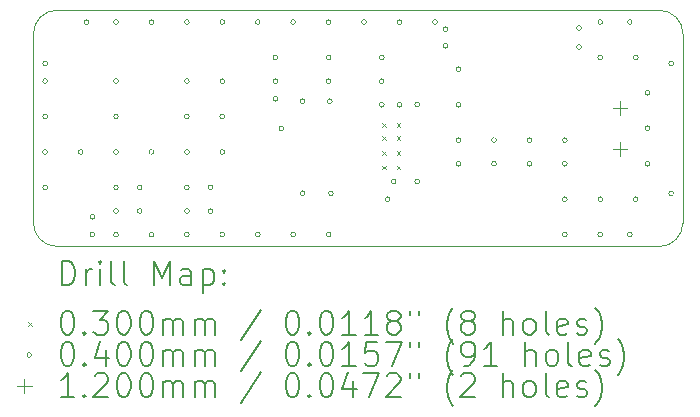
<source format=gbr>
%FSLAX45Y45*%
G04 Gerber Fmt 4.5, Leading zero omitted, Abs format (unit mm)*
G04 Created by KiCad (PCBNEW 5.99.0-unknown-395602b12a~131~ubuntu20.04.1) date 2021-07-16 02:08:37*
%MOMM*%
%LPD*%
G01*
G04 APERTURE LIST*
%TA.AperFunction,Profile*%
%ADD10C,0.100000*%
%TD*%
%ADD11C,0.200000*%
%ADD12C,0.030000*%
%ADD13C,0.040000*%
%ADD14C,0.120000*%
G04 APERTURE END LIST*
D10*
X14900000Y-9600000D02*
X20000000Y-9600000D01*
X20000000Y-9600000D02*
G75*
G03*
X20200000Y-9400000I0J200000D01*
G01*
X14700000Y-7800000D02*
G75*
G02*
X14900000Y-7600000I200000J0D01*
G01*
X14700000Y-9400000D02*
G75*
G03*
X14900000Y-9600000I200000J0D01*
G01*
X20200000Y-9400000D02*
X20200000Y-7800000D01*
X14700000Y-7800000D02*
X14700000Y-9400000D01*
X20000000Y-7600000D02*
X14900000Y-7600000D01*
X20000000Y-7600000D02*
G75*
G02*
X20200000Y-7800000I0J-200000D01*
G01*
D11*
D12*
X17655000Y-8555000D02*
X17685000Y-8585000D01*
X17685000Y-8555000D02*
X17655000Y-8585000D01*
X17655000Y-8665000D02*
X17685000Y-8695000D01*
X17685000Y-8665000D02*
X17655000Y-8695000D01*
X17655000Y-8795000D02*
X17685000Y-8825000D01*
X17685000Y-8795000D02*
X17655000Y-8825000D01*
X17655000Y-8915000D02*
X17685000Y-8945000D01*
X17685000Y-8915000D02*
X17655000Y-8945000D01*
X17775000Y-8555000D02*
X17805000Y-8585000D01*
X17805000Y-8555000D02*
X17775000Y-8585000D01*
X17775000Y-8665000D02*
X17805000Y-8695000D01*
X17805000Y-8665000D02*
X17775000Y-8695000D01*
X17775000Y-8795000D02*
X17805000Y-8825000D01*
X17805000Y-8795000D02*
X17775000Y-8825000D01*
X17775000Y-8915000D02*
X17805000Y-8945000D01*
X17805000Y-8915000D02*
X17775000Y-8945000D01*
D13*
X14820000Y-8050000D02*
G75*
G03*
X14820000Y-8050000I-20000J0D01*
G01*
X14820000Y-8200000D02*
G75*
G03*
X14820000Y-8200000I-20000J0D01*
G01*
X14820000Y-8500000D02*
G75*
G03*
X14820000Y-8500000I-20000J0D01*
G01*
X14820000Y-8800000D02*
G75*
G03*
X14820000Y-8800000I-20000J0D01*
G01*
X14820000Y-9100000D02*
G75*
G03*
X14820000Y-9100000I-20000J0D01*
G01*
X15120000Y-8800000D02*
G75*
G03*
X15120000Y-8800000I-20000J0D01*
G01*
X15170000Y-7700000D02*
G75*
G03*
X15170000Y-7700000I-20000J0D01*
G01*
X15220000Y-9350000D02*
G75*
G03*
X15220000Y-9350000I-20000J0D01*
G01*
X15220000Y-9500000D02*
G75*
G03*
X15220000Y-9500000I-20000J0D01*
G01*
X15420000Y-7700000D02*
G75*
G03*
X15420000Y-7700000I-20000J0D01*
G01*
X15420000Y-8200000D02*
G75*
G03*
X15420000Y-8200000I-20000J0D01*
G01*
X15420000Y-8500000D02*
G75*
G03*
X15420000Y-8500000I-20000J0D01*
G01*
X15420000Y-8800000D02*
G75*
G03*
X15420000Y-8800000I-20000J0D01*
G01*
X15420000Y-9100000D02*
G75*
G03*
X15420000Y-9100000I-20000J0D01*
G01*
X15420000Y-9300000D02*
G75*
G03*
X15420000Y-9300000I-20000J0D01*
G01*
X15420000Y-9500000D02*
G75*
G03*
X15420000Y-9500000I-20000J0D01*
G01*
X15620000Y-9100000D02*
G75*
G03*
X15620000Y-9100000I-20000J0D01*
G01*
X15620000Y-9300000D02*
G75*
G03*
X15620000Y-9300000I-20000J0D01*
G01*
X15720000Y-7700000D02*
G75*
G03*
X15720000Y-7700000I-20000J0D01*
G01*
X15720000Y-8800000D02*
G75*
G03*
X15720000Y-8800000I-20000J0D01*
G01*
X15720000Y-9500000D02*
G75*
G03*
X15720000Y-9500000I-20000J0D01*
G01*
X16020000Y-7700000D02*
G75*
G03*
X16020000Y-7700000I-20000J0D01*
G01*
X16020000Y-8200000D02*
G75*
G03*
X16020000Y-8200000I-20000J0D01*
G01*
X16020000Y-8500000D02*
G75*
G03*
X16020000Y-8500000I-20000J0D01*
G01*
X16020000Y-8800000D02*
G75*
G03*
X16020000Y-8800000I-20000J0D01*
G01*
X16020000Y-9100000D02*
G75*
G03*
X16020000Y-9100000I-20000J0D01*
G01*
X16020000Y-9300000D02*
G75*
G03*
X16020000Y-9300000I-20000J0D01*
G01*
X16020000Y-9500000D02*
G75*
G03*
X16020000Y-9500000I-20000J0D01*
G01*
X16220000Y-9100000D02*
G75*
G03*
X16220000Y-9100000I-20000J0D01*
G01*
X16220000Y-9300000D02*
G75*
G03*
X16220000Y-9300000I-20000J0D01*
G01*
X16320000Y-7700000D02*
G75*
G03*
X16320000Y-7700000I-20000J0D01*
G01*
X16320000Y-8200000D02*
G75*
G03*
X16320000Y-8200000I-20000J0D01*
G01*
X16320000Y-8500000D02*
G75*
G03*
X16320000Y-8500000I-20000J0D01*
G01*
X16320000Y-8800000D02*
G75*
G03*
X16320000Y-8800000I-20000J0D01*
G01*
X16320000Y-9500000D02*
G75*
G03*
X16320000Y-9500000I-20000J0D01*
G01*
X16620000Y-7700000D02*
G75*
G03*
X16620000Y-7700000I-20000J0D01*
G01*
X16620000Y-9500000D02*
G75*
G03*
X16620000Y-9500000I-20000J0D01*
G01*
X16770000Y-8000000D02*
G75*
G03*
X16770000Y-8000000I-20000J0D01*
G01*
X16770000Y-8200000D02*
G75*
G03*
X16770000Y-8200000I-20000J0D01*
G01*
X16770000Y-8350000D02*
G75*
G03*
X16770000Y-8350000I-20000J0D01*
G01*
X16820000Y-8600000D02*
G75*
G03*
X16820000Y-8600000I-20000J0D01*
G01*
X16920000Y-7700000D02*
G75*
G03*
X16920000Y-7700000I-20000J0D01*
G01*
X16920000Y-9500000D02*
G75*
G03*
X16920000Y-9500000I-20000J0D01*
G01*
X17000000Y-8370000D02*
G75*
G03*
X17000000Y-8370000I-20000J0D01*
G01*
X17000000Y-9150000D02*
G75*
G03*
X17000000Y-9150000I-20000J0D01*
G01*
X17220000Y-7700000D02*
G75*
G03*
X17220000Y-7700000I-20000J0D01*
G01*
X17220000Y-8000000D02*
G75*
G03*
X17220000Y-8000000I-20000J0D01*
G01*
X17220000Y-8200000D02*
G75*
G03*
X17220000Y-8200000I-20000J0D01*
G01*
X17220000Y-9500000D02*
G75*
G03*
X17220000Y-9500000I-20000J0D01*
G01*
X17230000Y-8370000D02*
G75*
G03*
X17230000Y-8370000I-20000J0D01*
G01*
X17240000Y-9150000D02*
G75*
G03*
X17240000Y-9150000I-20000J0D01*
G01*
X17520000Y-7700000D02*
G75*
G03*
X17520000Y-7700000I-20000J0D01*
G01*
X17670000Y-8000000D02*
G75*
G03*
X17670000Y-8000000I-20000J0D01*
G01*
X17670000Y-8200000D02*
G75*
G03*
X17670000Y-8200000I-20000J0D01*
G01*
X17670000Y-8400000D02*
G75*
G03*
X17670000Y-8400000I-20000J0D01*
G01*
X17720000Y-9200000D02*
G75*
G03*
X17720000Y-9200000I-20000J0D01*
G01*
X17770000Y-9050000D02*
G75*
G03*
X17770000Y-9050000I-20000J0D01*
G01*
X17820000Y-7700000D02*
G75*
G03*
X17820000Y-7700000I-20000J0D01*
G01*
X17820000Y-8400000D02*
G75*
G03*
X17820000Y-8400000I-20000J0D01*
G01*
X17970000Y-8400000D02*
G75*
G03*
X17970000Y-8400000I-20000J0D01*
G01*
X17970000Y-9050000D02*
G75*
G03*
X17970000Y-9050000I-20000J0D01*
G01*
X18120000Y-7700000D02*
G75*
G03*
X18120000Y-7700000I-20000J0D01*
G01*
X18210000Y-7760000D02*
G75*
G03*
X18210000Y-7760000I-20000J0D01*
G01*
X18210000Y-7900000D02*
G75*
G03*
X18210000Y-7900000I-20000J0D01*
G01*
X18320000Y-8100000D02*
G75*
G03*
X18320000Y-8100000I-20000J0D01*
G01*
X18320000Y-8400000D02*
G75*
G03*
X18320000Y-8400000I-20000J0D01*
G01*
X18320000Y-8700000D02*
G75*
G03*
X18320000Y-8700000I-20000J0D01*
G01*
X18320000Y-8900000D02*
G75*
G03*
X18320000Y-8900000I-20000J0D01*
G01*
X18620000Y-8700000D02*
G75*
G03*
X18620000Y-8700000I-20000J0D01*
G01*
X18620000Y-8900000D02*
G75*
G03*
X18620000Y-8900000I-20000J0D01*
G01*
X18920000Y-8700000D02*
G75*
G03*
X18920000Y-8700000I-20000J0D01*
G01*
X18920000Y-8900000D02*
G75*
G03*
X18920000Y-8900000I-20000J0D01*
G01*
X19220000Y-8700000D02*
G75*
G03*
X19220000Y-8700000I-20000J0D01*
G01*
X19220000Y-8900000D02*
G75*
G03*
X19220000Y-8900000I-20000J0D01*
G01*
X19220000Y-9200000D02*
G75*
G03*
X19220000Y-9200000I-20000J0D01*
G01*
X19220000Y-9500000D02*
G75*
G03*
X19220000Y-9500000I-20000J0D01*
G01*
X19340000Y-7750000D02*
G75*
G03*
X19340000Y-7750000I-20000J0D01*
G01*
X19340000Y-7910000D02*
G75*
G03*
X19340000Y-7910000I-20000J0D01*
G01*
X19520000Y-7700000D02*
G75*
G03*
X19520000Y-7700000I-20000J0D01*
G01*
X19520000Y-8000000D02*
G75*
G03*
X19520000Y-8000000I-20000J0D01*
G01*
X19520000Y-9200000D02*
G75*
G03*
X19520000Y-9200000I-20000J0D01*
G01*
X19520000Y-9500000D02*
G75*
G03*
X19520000Y-9500000I-20000J0D01*
G01*
X19770000Y-7700000D02*
G75*
G03*
X19770000Y-7700000I-20000J0D01*
G01*
X19770000Y-9500000D02*
G75*
G03*
X19770000Y-9500000I-20000J0D01*
G01*
X19820000Y-8000000D02*
G75*
G03*
X19820000Y-8000000I-20000J0D01*
G01*
X19820000Y-9200000D02*
G75*
G03*
X19820000Y-9200000I-20000J0D01*
G01*
X19920000Y-8300000D02*
G75*
G03*
X19920000Y-8300000I-20000J0D01*
G01*
X19920000Y-8600000D02*
G75*
G03*
X19920000Y-8600000I-20000J0D01*
G01*
X19920000Y-8900000D02*
G75*
G03*
X19920000Y-8900000I-20000J0D01*
G01*
X20120000Y-8050000D02*
G75*
G03*
X20120000Y-8050000I-20000J0D01*
G01*
X20120000Y-9150000D02*
G75*
G03*
X20120000Y-9150000I-20000J0D01*
G01*
D14*
X19670000Y-8365000D02*
X19670000Y-8485000D01*
X19610000Y-8425000D02*
X19730000Y-8425000D01*
X19670000Y-8715000D02*
X19670000Y-8835000D01*
X19610000Y-8775000D02*
X19730000Y-8775000D01*
D11*
X14942619Y-9925476D02*
X14942619Y-9725476D01*
X14990238Y-9725476D01*
X15018809Y-9735000D01*
X15037857Y-9754048D01*
X15047381Y-9773095D01*
X15056905Y-9811190D01*
X15056905Y-9839762D01*
X15047381Y-9877857D01*
X15037857Y-9896905D01*
X15018809Y-9915952D01*
X14990238Y-9925476D01*
X14942619Y-9925476D01*
X15142619Y-9925476D02*
X15142619Y-9792143D01*
X15142619Y-9830238D02*
X15152143Y-9811190D01*
X15161667Y-9801667D01*
X15180714Y-9792143D01*
X15199762Y-9792143D01*
X15266428Y-9925476D02*
X15266428Y-9792143D01*
X15266428Y-9725476D02*
X15256905Y-9735000D01*
X15266428Y-9744524D01*
X15275952Y-9735000D01*
X15266428Y-9725476D01*
X15266428Y-9744524D01*
X15390238Y-9925476D02*
X15371190Y-9915952D01*
X15361667Y-9896905D01*
X15361667Y-9725476D01*
X15495000Y-9925476D02*
X15475952Y-9915952D01*
X15466428Y-9896905D01*
X15466428Y-9725476D01*
X15723571Y-9925476D02*
X15723571Y-9725476D01*
X15790238Y-9868333D01*
X15856905Y-9725476D01*
X15856905Y-9925476D01*
X16037857Y-9925476D02*
X16037857Y-9820714D01*
X16028333Y-9801667D01*
X16009286Y-9792143D01*
X15971190Y-9792143D01*
X15952143Y-9801667D01*
X16037857Y-9915952D02*
X16018809Y-9925476D01*
X15971190Y-9925476D01*
X15952143Y-9915952D01*
X15942619Y-9896905D01*
X15942619Y-9877857D01*
X15952143Y-9858810D01*
X15971190Y-9849286D01*
X16018809Y-9849286D01*
X16037857Y-9839762D01*
X16133095Y-9792143D02*
X16133095Y-9992143D01*
X16133095Y-9801667D02*
X16152143Y-9792143D01*
X16190238Y-9792143D01*
X16209286Y-9801667D01*
X16218809Y-9811190D01*
X16228333Y-9830238D01*
X16228333Y-9887381D01*
X16218809Y-9906429D01*
X16209286Y-9915952D01*
X16190238Y-9925476D01*
X16152143Y-9925476D01*
X16133095Y-9915952D01*
X16314048Y-9906429D02*
X16323571Y-9915952D01*
X16314048Y-9925476D01*
X16304524Y-9915952D01*
X16314048Y-9906429D01*
X16314048Y-9925476D01*
X16314048Y-9801667D02*
X16323571Y-9811190D01*
X16314048Y-9820714D01*
X16304524Y-9811190D01*
X16314048Y-9801667D01*
X16314048Y-9820714D01*
D12*
X14655000Y-10240000D02*
X14685000Y-10270000D01*
X14685000Y-10240000D02*
X14655000Y-10270000D01*
D11*
X14980714Y-10145476D02*
X14999762Y-10145476D01*
X15018809Y-10155000D01*
X15028333Y-10164524D01*
X15037857Y-10183571D01*
X15047381Y-10221667D01*
X15047381Y-10269286D01*
X15037857Y-10307381D01*
X15028333Y-10326429D01*
X15018809Y-10335952D01*
X14999762Y-10345476D01*
X14980714Y-10345476D01*
X14961667Y-10335952D01*
X14952143Y-10326429D01*
X14942619Y-10307381D01*
X14933095Y-10269286D01*
X14933095Y-10221667D01*
X14942619Y-10183571D01*
X14952143Y-10164524D01*
X14961667Y-10155000D01*
X14980714Y-10145476D01*
X15133095Y-10326429D02*
X15142619Y-10335952D01*
X15133095Y-10345476D01*
X15123571Y-10335952D01*
X15133095Y-10326429D01*
X15133095Y-10345476D01*
X15209286Y-10145476D02*
X15333095Y-10145476D01*
X15266428Y-10221667D01*
X15295000Y-10221667D01*
X15314048Y-10231190D01*
X15323571Y-10240714D01*
X15333095Y-10259762D01*
X15333095Y-10307381D01*
X15323571Y-10326429D01*
X15314048Y-10335952D01*
X15295000Y-10345476D01*
X15237857Y-10345476D01*
X15218809Y-10335952D01*
X15209286Y-10326429D01*
X15456905Y-10145476D02*
X15475952Y-10145476D01*
X15495000Y-10155000D01*
X15504524Y-10164524D01*
X15514048Y-10183571D01*
X15523571Y-10221667D01*
X15523571Y-10269286D01*
X15514048Y-10307381D01*
X15504524Y-10326429D01*
X15495000Y-10335952D01*
X15475952Y-10345476D01*
X15456905Y-10345476D01*
X15437857Y-10335952D01*
X15428333Y-10326429D01*
X15418809Y-10307381D01*
X15409286Y-10269286D01*
X15409286Y-10221667D01*
X15418809Y-10183571D01*
X15428333Y-10164524D01*
X15437857Y-10155000D01*
X15456905Y-10145476D01*
X15647381Y-10145476D02*
X15666428Y-10145476D01*
X15685476Y-10155000D01*
X15695000Y-10164524D01*
X15704524Y-10183571D01*
X15714048Y-10221667D01*
X15714048Y-10269286D01*
X15704524Y-10307381D01*
X15695000Y-10326429D01*
X15685476Y-10335952D01*
X15666428Y-10345476D01*
X15647381Y-10345476D01*
X15628333Y-10335952D01*
X15618809Y-10326429D01*
X15609286Y-10307381D01*
X15599762Y-10269286D01*
X15599762Y-10221667D01*
X15609286Y-10183571D01*
X15618809Y-10164524D01*
X15628333Y-10155000D01*
X15647381Y-10145476D01*
X15799762Y-10345476D02*
X15799762Y-10212143D01*
X15799762Y-10231190D02*
X15809286Y-10221667D01*
X15828333Y-10212143D01*
X15856905Y-10212143D01*
X15875952Y-10221667D01*
X15885476Y-10240714D01*
X15885476Y-10345476D01*
X15885476Y-10240714D02*
X15895000Y-10221667D01*
X15914048Y-10212143D01*
X15942619Y-10212143D01*
X15961667Y-10221667D01*
X15971190Y-10240714D01*
X15971190Y-10345476D01*
X16066428Y-10345476D02*
X16066428Y-10212143D01*
X16066428Y-10231190D02*
X16075952Y-10221667D01*
X16095000Y-10212143D01*
X16123571Y-10212143D01*
X16142619Y-10221667D01*
X16152143Y-10240714D01*
X16152143Y-10345476D01*
X16152143Y-10240714D02*
X16161667Y-10221667D01*
X16180714Y-10212143D01*
X16209286Y-10212143D01*
X16228333Y-10221667D01*
X16237857Y-10240714D01*
X16237857Y-10345476D01*
X16628333Y-10135952D02*
X16456905Y-10393095D01*
X16885476Y-10145476D02*
X16904524Y-10145476D01*
X16923571Y-10155000D01*
X16933095Y-10164524D01*
X16942619Y-10183571D01*
X16952143Y-10221667D01*
X16952143Y-10269286D01*
X16942619Y-10307381D01*
X16933095Y-10326429D01*
X16923571Y-10335952D01*
X16904524Y-10345476D01*
X16885476Y-10345476D01*
X16866429Y-10335952D01*
X16856905Y-10326429D01*
X16847381Y-10307381D01*
X16837857Y-10269286D01*
X16837857Y-10221667D01*
X16847381Y-10183571D01*
X16856905Y-10164524D01*
X16866429Y-10155000D01*
X16885476Y-10145476D01*
X17037857Y-10326429D02*
X17047381Y-10335952D01*
X17037857Y-10345476D01*
X17028333Y-10335952D01*
X17037857Y-10326429D01*
X17037857Y-10345476D01*
X17171190Y-10145476D02*
X17190238Y-10145476D01*
X17209286Y-10155000D01*
X17218810Y-10164524D01*
X17228333Y-10183571D01*
X17237857Y-10221667D01*
X17237857Y-10269286D01*
X17228333Y-10307381D01*
X17218810Y-10326429D01*
X17209286Y-10335952D01*
X17190238Y-10345476D01*
X17171190Y-10345476D01*
X17152143Y-10335952D01*
X17142619Y-10326429D01*
X17133095Y-10307381D01*
X17123571Y-10269286D01*
X17123571Y-10221667D01*
X17133095Y-10183571D01*
X17142619Y-10164524D01*
X17152143Y-10155000D01*
X17171190Y-10145476D01*
X17428333Y-10345476D02*
X17314048Y-10345476D01*
X17371190Y-10345476D02*
X17371190Y-10145476D01*
X17352143Y-10174048D01*
X17333095Y-10193095D01*
X17314048Y-10202619D01*
X17618810Y-10345476D02*
X17504524Y-10345476D01*
X17561667Y-10345476D02*
X17561667Y-10145476D01*
X17542619Y-10174048D01*
X17523571Y-10193095D01*
X17504524Y-10202619D01*
X17733095Y-10231190D02*
X17714048Y-10221667D01*
X17704524Y-10212143D01*
X17695000Y-10193095D01*
X17695000Y-10183571D01*
X17704524Y-10164524D01*
X17714048Y-10155000D01*
X17733095Y-10145476D01*
X17771190Y-10145476D01*
X17790238Y-10155000D01*
X17799762Y-10164524D01*
X17809286Y-10183571D01*
X17809286Y-10193095D01*
X17799762Y-10212143D01*
X17790238Y-10221667D01*
X17771190Y-10231190D01*
X17733095Y-10231190D01*
X17714048Y-10240714D01*
X17704524Y-10250238D01*
X17695000Y-10269286D01*
X17695000Y-10307381D01*
X17704524Y-10326429D01*
X17714048Y-10335952D01*
X17733095Y-10345476D01*
X17771190Y-10345476D01*
X17790238Y-10335952D01*
X17799762Y-10326429D01*
X17809286Y-10307381D01*
X17809286Y-10269286D01*
X17799762Y-10250238D01*
X17790238Y-10240714D01*
X17771190Y-10231190D01*
X17885476Y-10145476D02*
X17885476Y-10183571D01*
X17961667Y-10145476D02*
X17961667Y-10183571D01*
X18256905Y-10421667D02*
X18247381Y-10412143D01*
X18228333Y-10383571D01*
X18218810Y-10364524D01*
X18209286Y-10335952D01*
X18199762Y-10288333D01*
X18199762Y-10250238D01*
X18209286Y-10202619D01*
X18218810Y-10174048D01*
X18228333Y-10155000D01*
X18247381Y-10126429D01*
X18256905Y-10116905D01*
X18361667Y-10231190D02*
X18342619Y-10221667D01*
X18333095Y-10212143D01*
X18323571Y-10193095D01*
X18323571Y-10183571D01*
X18333095Y-10164524D01*
X18342619Y-10155000D01*
X18361667Y-10145476D01*
X18399762Y-10145476D01*
X18418810Y-10155000D01*
X18428333Y-10164524D01*
X18437857Y-10183571D01*
X18437857Y-10193095D01*
X18428333Y-10212143D01*
X18418810Y-10221667D01*
X18399762Y-10231190D01*
X18361667Y-10231190D01*
X18342619Y-10240714D01*
X18333095Y-10250238D01*
X18323571Y-10269286D01*
X18323571Y-10307381D01*
X18333095Y-10326429D01*
X18342619Y-10335952D01*
X18361667Y-10345476D01*
X18399762Y-10345476D01*
X18418810Y-10335952D01*
X18428333Y-10326429D01*
X18437857Y-10307381D01*
X18437857Y-10269286D01*
X18428333Y-10250238D01*
X18418810Y-10240714D01*
X18399762Y-10231190D01*
X18675952Y-10345476D02*
X18675952Y-10145476D01*
X18761667Y-10345476D02*
X18761667Y-10240714D01*
X18752143Y-10221667D01*
X18733095Y-10212143D01*
X18704524Y-10212143D01*
X18685476Y-10221667D01*
X18675952Y-10231190D01*
X18885476Y-10345476D02*
X18866429Y-10335952D01*
X18856905Y-10326429D01*
X18847381Y-10307381D01*
X18847381Y-10250238D01*
X18856905Y-10231190D01*
X18866429Y-10221667D01*
X18885476Y-10212143D01*
X18914048Y-10212143D01*
X18933095Y-10221667D01*
X18942619Y-10231190D01*
X18952143Y-10250238D01*
X18952143Y-10307381D01*
X18942619Y-10326429D01*
X18933095Y-10335952D01*
X18914048Y-10345476D01*
X18885476Y-10345476D01*
X19066429Y-10345476D02*
X19047381Y-10335952D01*
X19037857Y-10316905D01*
X19037857Y-10145476D01*
X19218810Y-10335952D02*
X19199762Y-10345476D01*
X19161667Y-10345476D01*
X19142619Y-10335952D01*
X19133095Y-10316905D01*
X19133095Y-10240714D01*
X19142619Y-10221667D01*
X19161667Y-10212143D01*
X19199762Y-10212143D01*
X19218810Y-10221667D01*
X19228333Y-10240714D01*
X19228333Y-10259762D01*
X19133095Y-10278810D01*
X19304524Y-10335952D02*
X19323571Y-10345476D01*
X19361667Y-10345476D01*
X19380714Y-10335952D01*
X19390238Y-10316905D01*
X19390238Y-10307381D01*
X19380714Y-10288333D01*
X19361667Y-10278810D01*
X19333095Y-10278810D01*
X19314048Y-10269286D01*
X19304524Y-10250238D01*
X19304524Y-10240714D01*
X19314048Y-10221667D01*
X19333095Y-10212143D01*
X19361667Y-10212143D01*
X19380714Y-10221667D01*
X19456905Y-10421667D02*
X19466429Y-10412143D01*
X19485476Y-10383571D01*
X19495000Y-10364524D01*
X19504524Y-10335952D01*
X19514048Y-10288333D01*
X19514048Y-10250238D01*
X19504524Y-10202619D01*
X19495000Y-10174048D01*
X19485476Y-10155000D01*
X19466429Y-10126429D01*
X19456905Y-10116905D01*
D13*
X14685000Y-10519000D02*
G75*
G03*
X14685000Y-10519000I-20000J0D01*
G01*
D11*
X14980714Y-10409476D02*
X14999762Y-10409476D01*
X15018809Y-10419000D01*
X15028333Y-10428524D01*
X15037857Y-10447571D01*
X15047381Y-10485667D01*
X15047381Y-10533286D01*
X15037857Y-10571381D01*
X15028333Y-10590429D01*
X15018809Y-10599952D01*
X14999762Y-10609476D01*
X14980714Y-10609476D01*
X14961667Y-10599952D01*
X14952143Y-10590429D01*
X14942619Y-10571381D01*
X14933095Y-10533286D01*
X14933095Y-10485667D01*
X14942619Y-10447571D01*
X14952143Y-10428524D01*
X14961667Y-10419000D01*
X14980714Y-10409476D01*
X15133095Y-10590429D02*
X15142619Y-10599952D01*
X15133095Y-10609476D01*
X15123571Y-10599952D01*
X15133095Y-10590429D01*
X15133095Y-10609476D01*
X15314048Y-10476143D02*
X15314048Y-10609476D01*
X15266428Y-10399952D02*
X15218809Y-10542810D01*
X15342619Y-10542810D01*
X15456905Y-10409476D02*
X15475952Y-10409476D01*
X15495000Y-10419000D01*
X15504524Y-10428524D01*
X15514048Y-10447571D01*
X15523571Y-10485667D01*
X15523571Y-10533286D01*
X15514048Y-10571381D01*
X15504524Y-10590429D01*
X15495000Y-10599952D01*
X15475952Y-10609476D01*
X15456905Y-10609476D01*
X15437857Y-10599952D01*
X15428333Y-10590429D01*
X15418809Y-10571381D01*
X15409286Y-10533286D01*
X15409286Y-10485667D01*
X15418809Y-10447571D01*
X15428333Y-10428524D01*
X15437857Y-10419000D01*
X15456905Y-10409476D01*
X15647381Y-10409476D02*
X15666428Y-10409476D01*
X15685476Y-10419000D01*
X15695000Y-10428524D01*
X15704524Y-10447571D01*
X15714048Y-10485667D01*
X15714048Y-10533286D01*
X15704524Y-10571381D01*
X15695000Y-10590429D01*
X15685476Y-10599952D01*
X15666428Y-10609476D01*
X15647381Y-10609476D01*
X15628333Y-10599952D01*
X15618809Y-10590429D01*
X15609286Y-10571381D01*
X15599762Y-10533286D01*
X15599762Y-10485667D01*
X15609286Y-10447571D01*
X15618809Y-10428524D01*
X15628333Y-10419000D01*
X15647381Y-10409476D01*
X15799762Y-10609476D02*
X15799762Y-10476143D01*
X15799762Y-10495190D02*
X15809286Y-10485667D01*
X15828333Y-10476143D01*
X15856905Y-10476143D01*
X15875952Y-10485667D01*
X15885476Y-10504714D01*
X15885476Y-10609476D01*
X15885476Y-10504714D02*
X15895000Y-10485667D01*
X15914048Y-10476143D01*
X15942619Y-10476143D01*
X15961667Y-10485667D01*
X15971190Y-10504714D01*
X15971190Y-10609476D01*
X16066428Y-10609476D02*
X16066428Y-10476143D01*
X16066428Y-10495190D02*
X16075952Y-10485667D01*
X16095000Y-10476143D01*
X16123571Y-10476143D01*
X16142619Y-10485667D01*
X16152143Y-10504714D01*
X16152143Y-10609476D01*
X16152143Y-10504714D02*
X16161667Y-10485667D01*
X16180714Y-10476143D01*
X16209286Y-10476143D01*
X16228333Y-10485667D01*
X16237857Y-10504714D01*
X16237857Y-10609476D01*
X16628333Y-10399952D02*
X16456905Y-10657095D01*
X16885476Y-10409476D02*
X16904524Y-10409476D01*
X16923571Y-10419000D01*
X16933095Y-10428524D01*
X16942619Y-10447571D01*
X16952143Y-10485667D01*
X16952143Y-10533286D01*
X16942619Y-10571381D01*
X16933095Y-10590429D01*
X16923571Y-10599952D01*
X16904524Y-10609476D01*
X16885476Y-10609476D01*
X16866429Y-10599952D01*
X16856905Y-10590429D01*
X16847381Y-10571381D01*
X16837857Y-10533286D01*
X16837857Y-10485667D01*
X16847381Y-10447571D01*
X16856905Y-10428524D01*
X16866429Y-10419000D01*
X16885476Y-10409476D01*
X17037857Y-10590429D02*
X17047381Y-10599952D01*
X17037857Y-10609476D01*
X17028333Y-10599952D01*
X17037857Y-10590429D01*
X17037857Y-10609476D01*
X17171190Y-10409476D02*
X17190238Y-10409476D01*
X17209286Y-10419000D01*
X17218810Y-10428524D01*
X17228333Y-10447571D01*
X17237857Y-10485667D01*
X17237857Y-10533286D01*
X17228333Y-10571381D01*
X17218810Y-10590429D01*
X17209286Y-10599952D01*
X17190238Y-10609476D01*
X17171190Y-10609476D01*
X17152143Y-10599952D01*
X17142619Y-10590429D01*
X17133095Y-10571381D01*
X17123571Y-10533286D01*
X17123571Y-10485667D01*
X17133095Y-10447571D01*
X17142619Y-10428524D01*
X17152143Y-10419000D01*
X17171190Y-10409476D01*
X17428333Y-10609476D02*
X17314048Y-10609476D01*
X17371190Y-10609476D02*
X17371190Y-10409476D01*
X17352143Y-10438048D01*
X17333095Y-10457095D01*
X17314048Y-10466619D01*
X17609286Y-10409476D02*
X17514048Y-10409476D01*
X17504524Y-10504714D01*
X17514048Y-10495190D01*
X17533095Y-10485667D01*
X17580714Y-10485667D01*
X17599762Y-10495190D01*
X17609286Y-10504714D01*
X17618810Y-10523762D01*
X17618810Y-10571381D01*
X17609286Y-10590429D01*
X17599762Y-10599952D01*
X17580714Y-10609476D01*
X17533095Y-10609476D01*
X17514048Y-10599952D01*
X17504524Y-10590429D01*
X17685476Y-10409476D02*
X17818810Y-10409476D01*
X17733095Y-10609476D01*
X17885476Y-10409476D02*
X17885476Y-10447571D01*
X17961667Y-10409476D02*
X17961667Y-10447571D01*
X18256905Y-10685667D02*
X18247381Y-10676143D01*
X18228333Y-10647571D01*
X18218810Y-10628524D01*
X18209286Y-10599952D01*
X18199762Y-10552333D01*
X18199762Y-10514238D01*
X18209286Y-10466619D01*
X18218810Y-10438048D01*
X18228333Y-10419000D01*
X18247381Y-10390429D01*
X18256905Y-10380905D01*
X18342619Y-10609476D02*
X18380714Y-10609476D01*
X18399762Y-10599952D01*
X18409286Y-10590429D01*
X18428333Y-10561857D01*
X18437857Y-10523762D01*
X18437857Y-10447571D01*
X18428333Y-10428524D01*
X18418810Y-10419000D01*
X18399762Y-10409476D01*
X18361667Y-10409476D01*
X18342619Y-10419000D01*
X18333095Y-10428524D01*
X18323571Y-10447571D01*
X18323571Y-10495190D01*
X18333095Y-10514238D01*
X18342619Y-10523762D01*
X18361667Y-10533286D01*
X18399762Y-10533286D01*
X18418810Y-10523762D01*
X18428333Y-10514238D01*
X18437857Y-10495190D01*
X18628333Y-10609476D02*
X18514048Y-10609476D01*
X18571190Y-10609476D02*
X18571190Y-10409476D01*
X18552143Y-10438048D01*
X18533095Y-10457095D01*
X18514048Y-10466619D01*
X18866429Y-10609476D02*
X18866429Y-10409476D01*
X18952143Y-10609476D02*
X18952143Y-10504714D01*
X18942619Y-10485667D01*
X18923571Y-10476143D01*
X18895000Y-10476143D01*
X18875952Y-10485667D01*
X18866429Y-10495190D01*
X19075952Y-10609476D02*
X19056905Y-10599952D01*
X19047381Y-10590429D01*
X19037857Y-10571381D01*
X19037857Y-10514238D01*
X19047381Y-10495190D01*
X19056905Y-10485667D01*
X19075952Y-10476143D01*
X19104524Y-10476143D01*
X19123571Y-10485667D01*
X19133095Y-10495190D01*
X19142619Y-10514238D01*
X19142619Y-10571381D01*
X19133095Y-10590429D01*
X19123571Y-10599952D01*
X19104524Y-10609476D01*
X19075952Y-10609476D01*
X19256905Y-10609476D02*
X19237857Y-10599952D01*
X19228333Y-10580905D01*
X19228333Y-10409476D01*
X19409286Y-10599952D02*
X19390238Y-10609476D01*
X19352143Y-10609476D01*
X19333095Y-10599952D01*
X19323571Y-10580905D01*
X19323571Y-10504714D01*
X19333095Y-10485667D01*
X19352143Y-10476143D01*
X19390238Y-10476143D01*
X19409286Y-10485667D01*
X19418810Y-10504714D01*
X19418810Y-10523762D01*
X19323571Y-10542810D01*
X19495000Y-10599952D02*
X19514048Y-10609476D01*
X19552143Y-10609476D01*
X19571190Y-10599952D01*
X19580714Y-10580905D01*
X19580714Y-10571381D01*
X19571190Y-10552333D01*
X19552143Y-10542810D01*
X19523571Y-10542810D01*
X19504524Y-10533286D01*
X19495000Y-10514238D01*
X19495000Y-10504714D01*
X19504524Y-10485667D01*
X19523571Y-10476143D01*
X19552143Y-10476143D01*
X19571190Y-10485667D01*
X19647381Y-10685667D02*
X19656905Y-10676143D01*
X19675952Y-10647571D01*
X19685476Y-10628524D01*
X19695000Y-10599952D01*
X19704524Y-10552333D01*
X19704524Y-10514238D01*
X19695000Y-10466619D01*
X19685476Y-10438048D01*
X19675952Y-10419000D01*
X19656905Y-10390429D01*
X19647381Y-10380905D01*
D14*
X14625000Y-10723000D02*
X14625000Y-10843000D01*
X14565000Y-10783000D02*
X14685000Y-10783000D01*
D11*
X15047381Y-10873476D02*
X14933095Y-10873476D01*
X14990238Y-10873476D02*
X14990238Y-10673476D01*
X14971190Y-10702048D01*
X14952143Y-10721095D01*
X14933095Y-10730619D01*
X15133095Y-10854429D02*
X15142619Y-10863952D01*
X15133095Y-10873476D01*
X15123571Y-10863952D01*
X15133095Y-10854429D01*
X15133095Y-10873476D01*
X15218809Y-10692524D02*
X15228333Y-10683000D01*
X15247381Y-10673476D01*
X15295000Y-10673476D01*
X15314048Y-10683000D01*
X15323571Y-10692524D01*
X15333095Y-10711571D01*
X15333095Y-10730619D01*
X15323571Y-10759190D01*
X15209286Y-10873476D01*
X15333095Y-10873476D01*
X15456905Y-10673476D02*
X15475952Y-10673476D01*
X15495000Y-10683000D01*
X15504524Y-10692524D01*
X15514048Y-10711571D01*
X15523571Y-10749667D01*
X15523571Y-10797286D01*
X15514048Y-10835381D01*
X15504524Y-10854429D01*
X15495000Y-10863952D01*
X15475952Y-10873476D01*
X15456905Y-10873476D01*
X15437857Y-10863952D01*
X15428333Y-10854429D01*
X15418809Y-10835381D01*
X15409286Y-10797286D01*
X15409286Y-10749667D01*
X15418809Y-10711571D01*
X15428333Y-10692524D01*
X15437857Y-10683000D01*
X15456905Y-10673476D01*
X15647381Y-10673476D02*
X15666428Y-10673476D01*
X15685476Y-10683000D01*
X15695000Y-10692524D01*
X15704524Y-10711571D01*
X15714048Y-10749667D01*
X15714048Y-10797286D01*
X15704524Y-10835381D01*
X15695000Y-10854429D01*
X15685476Y-10863952D01*
X15666428Y-10873476D01*
X15647381Y-10873476D01*
X15628333Y-10863952D01*
X15618809Y-10854429D01*
X15609286Y-10835381D01*
X15599762Y-10797286D01*
X15599762Y-10749667D01*
X15609286Y-10711571D01*
X15618809Y-10692524D01*
X15628333Y-10683000D01*
X15647381Y-10673476D01*
X15799762Y-10873476D02*
X15799762Y-10740143D01*
X15799762Y-10759190D02*
X15809286Y-10749667D01*
X15828333Y-10740143D01*
X15856905Y-10740143D01*
X15875952Y-10749667D01*
X15885476Y-10768714D01*
X15885476Y-10873476D01*
X15885476Y-10768714D02*
X15895000Y-10749667D01*
X15914048Y-10740143D01*
X15942619Y-10740143D01*
X15961667Y-10749667D01*
X15971190Y-10768714D01*
X15971190Y-10873476D01*
X16066428Y-10873476D02*
X16066428Y-10740143D01*
X16066428Y-10759190D02*
X16075952Y-10749667D01*
X16095000Y-10740143D01*
X16123571Y-10740143D01*
X16142619Y-10749667D01*
X16152143Y-10768714D01*
X16152143Y-10873476D01*
X16152143Y-10768714D02*
X16161667Y-10749667D01*
X16180714Y-10740143D01*
X16209286Y-10740143D01*
X16228333Y-10749667D01*
X16237857Y-10768714D01*
X16237857Y-10873476D01*
X16628333Y-10663952D02*
X16456905Y-10921095D01*
X16885476Y-10673476D02*
X16904524Y-10673476D01*
X16923571Y-10683000D01*
X16933095Y-10692524D01*
X16942619Y-10711571D01*
X16952143Y-10749667D01*
X16952143Y-10797286D01*
X16942619Y-10835381D01*
X16933095Y-10854429D01*
X16923571Y-10863952D01*
X16904524Y-10873476D01*
X16885476Y-10873476D01*
X16866429Y-10863952D01*
X16856905Y-10854429D01*
X16847381Y-10835381D01*
X16837857Y-10797286D01*
X16837857Y-10749667D01*
X16847381Y-10711571D01*
X16856905Y-10692524D01*
X16866429Y-10683000D01*
X16885476Y-10673476D01*
X17037857Y-10854429D02*
X17047381Y-10863952D01*
X17037857Y-10873476D01*
X17028333Y-10863952D01*
X17037857Y-10854429D01*
X17037857Y-10873476D01*
X17171190Y-10673476D02*
X17190238Y-10673476D01*
X17209286Y-10683000D01*
X17218810Y-10692524D01*
X17228333Y-10711571D01*
X17237857Y-10749667D01*
X17237857Y-10797286D01*
X17228333Y-10835381D01*
X17218810Y-10854429D01*
X17209286Y-10863952D01*
X17190238Y-10873476D01*
X17171190Y-10873476D01*
X17152143Y-10863952D01*
X17142619Y-10854429D01*
X17133095Y-10835381D01*
X17123571Y-10797286D01*
X17123571Y-10749667D01*
X17133095Y-10711571D01*
X17142619Y-10692524D01*
X17152143Y-10683000D01*
X17171190Y-10673476D01*
X17409286Y-10740143D02*
X17409286Y-10873476D01*
X17361667Y-10663952D02*
X17314048Y-10806810D01*
X17437857Y-10806810D01*
X17495000Y-10673476D02*
X17628333Y-10673476D01*
X17542619Y-10873476D01*
X17695000Y-10692524D02*
X17704524Y-10683000D01*
X17723571Y-10673476D01*
X17771190Y-10673476D01*
X17790238Y-10683000D01*
X17799762Y-10692524D01*
X17809286Y-10711571D01*
X17809286Y-10730619D01*
X17799762Y-10759190D01*
X17685476Y-10873476D01*
X17809286Y-10873476D01*
X17885476Y-10673476D02*
X17885476Y-10711571D01*
X17961667Y-10673476D02*
X17961667Y-10711571D01*
X18256905Y-10949667D02*
X18247381Y-10940143D01*
X18228333Y-10911571D01*
X18218810Y-10892524D01*
X18209286Y-10863952D01*
X18199762Y-10816333D01*
X18199762Y-10778238D01*
X18209286Y-10730619D01*
X18218810Y-10702048D01*
X18228333Y-10683000D01*
X18247381Y-10654429D01*
X18256905Y-10644905D01*
X18323571Y-10692524D02*
X18333095Y-10683000D01*
X18352143Y-10673476D01*
X18399762Y-10673476D01*
X18418810Y-10683000D01*
X18428333Y-10692524D01*
X18437857Y-10711571D01*
X18437857Y-10730619D01*
X18428333Y-10759190D01*
X18314048Y-10873476D01*
X18437857Y-10873476D01*
X18675952Y-10873476D02*
X18675952Y-10673476D01*
X18761667Y-10873476D02*
X18761667Y-10768714D01*
X18752143Y-10749667D01*
X18733095Y-10740143D01*
X18704524Y-10740143D01*
X18685476Y-10749667D01*
X18675952Y-10759190D01*
X18885476Y-10873476D02*
X18866429Y-10863952D01*
X18856905Y-10854429D01*
X18847381Y-10835381D01*
X18847381Y-10778238D01*
X18856905Y-10759190D01*
X18866429Y-10749667D01*
X18885476Y-10740143D01*
X18914048Y-10740143D01*
X18933095Y-10749667D01*
X18942619Y-10759190D01*
X18952143Y-10778238D01*
X18952143Y-10835381D01*
X18942619Y-10854429D01*
X18933095Y-10863952D01*
X18914048Y-10873476D01*
X18885476Y-10873476D01*
X19066429Y-10873476D02*
X19047381Y-10863952D01*
X19037857Y-10844905D01*
X19037857Y-10673476D01*
X19218810Y-10863952D02*
X19199762Y-10873476D01*
X19161667Y-10873476D01*
X19142619Y-10863952D01*
X19133095Y-10844905D01*
X19133095Y-10768714D01*
X19142619Y-10749667D01*
X19161667Y-10740143D01*
X19199762Y-10740143D01*
X19218810Y-10749667D01*
X19228333Y-10768714D01*
X19228333Y-10787762D01*
X19133095Y-10806810D01*
X19304524Y-10863952D02*
X19323571Y-10873476D01*
X19361667Y-10873476D01*
X19380714Y-10863952D01*
X19390238Y-10844905D01*
X19390238Y-10835381D01*
X19380714Y-10816333D01*
X19361667Y-10806810D01*
X19333095Y-10806810D01*
X19314048Y-10797286D01*
X19304524Y-10778238D01*
X19304524Y-10768714D01*
X19314048Y-10749667D01*
X19333095Y-10740143D01*
X19361667Y-10740143D01*
X19380714Y-10749667D01*
X19456905Y-10949667D02*
X19466429Y-10940143D01*
X19485476Y-10911571D01*
X19495000Y-10892524D01*
X19504524Y-10863952D01*
X19514048Y-10816333D01*
X19514048Y-10778238D01*
X19504524Y-10730619D01*
X19495000Y-10702048D01*
X19485476Y-10683000D01*
X19466429Y-10654429D01*
X19456905Y-10644905D01*
M02*

</source>
